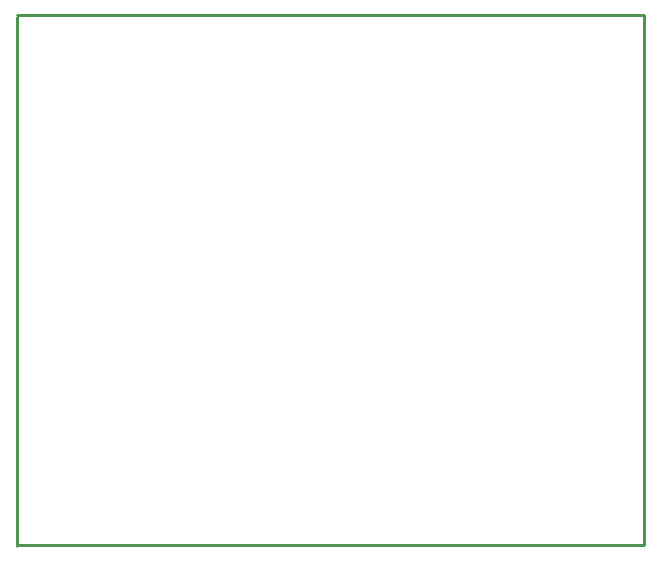
<source format=gko>
G04*
G04 #@! TF.GenerationSoftware,Altium Limited,Altium Designer,20.2.5 (213)*
G04*
G04 Layer_Color=16711935*
%FSLAX44Y44*%
%MOMM*%
G71*
G04*
G04 #@! TF.SameCoordinates,6BA0CD60-F345-4307-9950-861CB7B1D5B9*
G04*
G04*
G04 #@! TF.FilePolarity,Positive*
G04*
G01*
G75*
%ADD10C,0.2540*%
D10*
X0Y331470D02*
X0Y-1270D01*
X-0Y447040D02*
X0Y331470D01*
Y448310D02*
X530860Y448310D01*
X0Y0D02*
X530860Y0D01*
Y448310D01*
M02*

</source>
